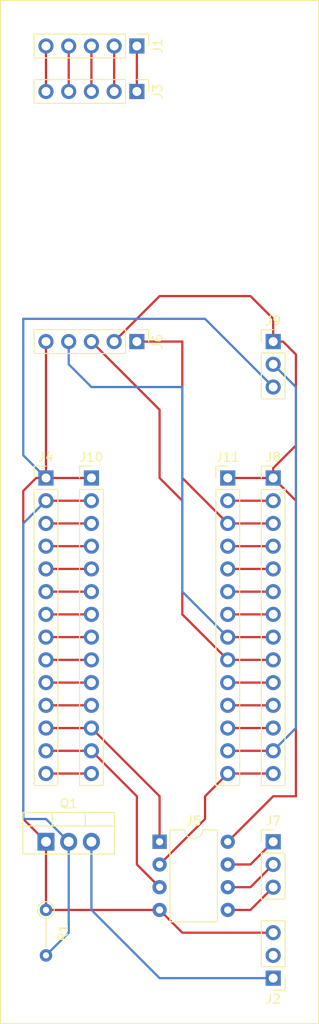
<source format=kicad_pcb>
(kicad_pcb (version 20171130) (host pcbnew "(5.1.4)-1")

  (general
    (thickness 1.6)
    (drawings 4)
    (tracks 102)
    (zones 0)
    (modules 13)
    (nets 38)
  )

  (page A4)
  (layers
    (0 F.Cu signal)
    (31 B.Cu signal)
    (32 B.Adhes user)
    (33 F.Adhes user)
    (34 B.Paste user)
    (35 F.Paste user)
    (36 B.SilkS user)
    (37 F.SilkS user)
    (38 B.Mask user)
    (39 F.Mask user)
    (40 Dwgs.User user)
    (41 Cmts.User user)
    (42 Eco1.User user)
    (43 Eco2.User user)
    (44 Edge.Cuts user)
    (45 Margin user)
    (46 B.CrtYd user)
    (47 F.CrtYd user)
    (48 B.Fab user)
    (49 F.Fab user)
  )

  (setup
    (last_trace_width 0.25)
    (trace_clearance 0.2)
    (zone_clearance 0.508)
    (zone_45_only no)
    (trace_min 0.2)
    (via_size 0.8)
    (via_drill 0.4)
    (via_min_size 0.4)
    (via_min_drill 0.3)
    (uvia_size 0.3)
    (uvia_drill 0.1)
    (uvias_allowed no)
    (uvia_min_size 0.2)
    (uvia_min_drill 0.1)
    (edge_width 0.05)
    (segment_width 0.2)
    (pcb_text_width 0.3)
    (pcb_text_size 1.5 1.5)
    (mod_edge_width 0.12)
    (mod_text_size 1 1)
    (mod_text_width 0.15)
    (pad_size 1.524 1.524)
    (pad_drill 0.762)
    (pad_to_mask_clearance 0.051)
    (solder_mask_min_width 0.25)
    (aux_axis_origin 0 0)
    (visible_elements 7FFFFFFF)
    (pcbplotparams
      (layerselection 0x010fc_ffffffff)
      (usegerberextensions false)
      (usegerberattributes false)
      (usegerberadvancedattributes false)
      (creategerberjobfile false)
      (excludeedgelayer true)
      (linewidth 0.100000)
      (plotframeref false)
      (viasonmask false)
      (mode 1)
      (useauxorigin false)
      (hpglpennumber 1)
      (hpglpenspeed 20)
      (hpglpendiameter 15.000000)
      (psnegative false)
      (psa4output false)
      (plotreference true)
      (plotvalue true)
      (plotinvisibletext false)
      (padsonsilk false)
      (subtractmaskfromsilk false)
      (outputformat 1)
      (mirror false)
      (drillshape 1)
      (scaleselection 1)
      (outputdirectory ""))
  )

  (net 0 "")
  (net 1 "Net-(J1-Pad1)")
  (net 2 "Net-(J1-Pad2)")
  (net 3 "Net-(J1-Pad3)")
  (net 4 "Net-(J1-Pad4)")
  (net 5 "Net-(J1-Pad5)")
  (net 6 "Net-(J10-Pad1)")
  (net 7 "Net-(J2-Pad1)")
  (net 8 "Net-(J10-Pad2)")
  (net 9 "Net-(J10-Pad3)")
  (net 10 "Net-(J10-Pad4)")
  (net 11 "Net-(J10-Pad5)")
  (net 12 "Net-(J10-Pad6)")
  (net 13 "Net-(J10-Pad7)")
  (net 14 "Net-(J10-Pad8)")
  (net 15 "Net-(J10-Pad9)")
  (net 16 "Net-(J10-Pad10)")
  (net 17 "Net-(J10-Pad11)")
  (net 18 "Net-(J10-Pad12)")
  (net 19 "Net-(J10-Pad13)")
  (net 20 "Net-(J10-Pad14)")
  (net 21 "Net-(J5-Pad5)")
  (net 22 "Net-(J5-Pad6)")
  (net 23 "Net-(J5-Pad7)")
  (net 24 "Net-(J11-Pad1)")
  (net 25 "Net-(J11-Pad8)")
  (net 26 "Net-(J11-Pad9)")
  (net 27 "Net-(J11-Pad3)")
  (net 28 "Net-(J11-Pad13)")
  (net 29 "Net-(J11-Pad12)")
  (net 30 "Net-(J11-Pad11)")
  (net 31 "Net-(J11-Pad10)")
  (net 32 "Net-(J11-Pad7)")
  (net 33 "Net-(J11-Pad6)")
  (net 34 "Net-(J11-Pad5)")
  (net 35 "Net-(J11-Pad4)")
  (net 36 "Net-(J11-Pad2)")
  (net 37 "Net-(J11-Pad14)")

  (net_class Default "This is the default net class."
    (clearance 0.2)
    (trace_width 0.25)
    (via_dia 0.8)
    (via_drill 0.4)
    (uvia_dia 0.3)
    (uvia_drill 0.1)
    (add_net "Net-(J1-Pad1)")
    (add_net "Net-(J1-Pad2)")
    (add_net "Net-(J1-Pad3)")
    (add_net "Net-(J1-Pad4)")
    (add_net "Net-(J1-Pad5)")
    (add_net "Net-(J10-Pad1)")
    (add_net "Net-(J10-Pad10)")
    (add_net "Net-(J10-Pad11)")
    (add_net "Net-(J10-Pad12)")
    (add_net "Net-(J10-Pad13)")
    (add_net "Net-(J10-Pad14)")
    (add_net "Net-(J10-Pad2)")
    (add_net "Net-(J10-Pad3)")
    (add_net "Net-(J10-Pad4)")
    (add_net "Net-(J10-Pad5)")
    (add_net "Net-(J10-Pad6)")
    (add_net "Net-(J10-Pad7)")
    (add_net "Net-(J10-Pad8)")
    (add_net "Net-(J10-Pad9)")
    (add_net "Net-(J11-Pad1)")
    (add_net "Net-(J11-Pad10)")
    (add_net "Net-(J11-Pad11)")
    (add_net "Net-(J11-Pad12)")
    (add_net "Net-(J11-Pad13)")
    (add_net "Net-(J11-Pad14)")
    (add_net "Net-(J11-Pad2)")
    (add_net "Net-(J11-Pad3)")
    (add_net "Net-(J11-Pad4)")
    (add_net "Net-(J11-Pad5)")
    (add_net "Net-(J11-Pad6)")
    (add_net "Net-(J11-Pad7)")
    (add_net "Net-(J11-Pad8)")
    (add_net "Net-(J11-Pad9)")
    (add_net "Net-(J2-Pad1)")
    (add_net "Net-(J5-Pad5)")
    (add_net "Net-(J5-Pad6)")
    (add_net "Net-(J5-Pad7)")
  )

  (module Connector_PinHeader_2.54mm:PinHeader_1x05_P2.54mm_Vertical (layer F.Cu) (tedit 59FED5CC) (tstamp 5DA964FF)
    (at 144.78 27.94 270)
    (descr "Through hole straight pin header, 1x05, 2.54mm pitch, single row")
    (tags "Through hole pin header THT 1x05 2.54mm single row")
    (path /5DAB0807)
    (fp_text reference J1 (at 0 -2.33 90) (layer F.SilkS)
      (effects (font (size 1 1) (thickness 0.15)))
    )
    (fp_text value "Load Cell" (at 0 12.49 90) (layer F.Fab)
      (effects (font (size 1 1) (thickness 0.15)))
    )
    (fp_line (start -0.635 -1.27) (end 1.27 -1.27) (layer F.Fab) (width 0.1))
    (fp_line (start 1.27 -1.27) (end 1.27 11.43) (layer F.Fab) (width 0.1))
    (fp_line (start 1.27 11.43) (end -1.27 11.43) (layer F.Fab) (width 0.1))
    (fp_line (start -1.27 11.43) (end -1.27 -0.635) (layer F.Fab) (width 0.1))
    (fp_line (start -1.27 -0.635) (end -0.635 -1.27) (layer F.Fab) (width 0.1))
    (fp_line (start -1.33 11.49) (end 1.33 11.49) (layer F.SilkS) (width 0.12))
    (fp_line (start -1.33 1.27) (end -1.33 11.49) (layer F.SilkS) (width 0.12))
    (fp_line (start 1.33 1.27) (end 1.33 11.49) (layer F.SilkS) (width 0.12))
    (fp_line (start -1.33 1.27) (end 1.33 1.27) (layer F.SilkS) (width 0.12))
    (fp_line (start -1.33 0) (end -1.33 -1.33) (layer F.SilkS) (width 0.12))
    (fp_line (start -1.33 -1.33) (end 0 -1.33) (layer F.SilkS) (width 0.12))
    (fp_line (start -1.8 -1.8) (end -1.8 11.95) (layer F.CrtYd) (width 0.05))
    (fp_line (start -1.8 11.95) (end 1.8 11.95) (layer F.CrtYd) (width 0.05))
    (fp_line (start 1.8 11.95) (end 1.8 -1.8) (layer F.CrtYd) (width 0.05))
    (fp_line (start 1.8 -1.8) (end -1.8 -1.8) (layer F.CrtYd) (width 0.05))
    (fp_text user %R (at 0 5.08) (layer F.Fab)
      (effects (font (size 1 1) (thickness 0.15)))
    )
    (pad 1 thru_hole rect (at 0 0 270) (size 1.7 1.7) (drill 1) (layers *.Cu *.Mask)
      (net 1 "Net-(J1-Pad1)"))
    (pad 2 thru_hole oval (at 0 2.54 270) (size 1.7 1.7) (drill 1) (layers *.Cu *.Mask)
      (net 2 "Net-(J1-Pad2)"))
    (pad 3 thru_hole oval (at 0 5.08 270) (size 1.7 1.7) (drill 1) (layers *.Cu *.Mask)
      (net 3 "Net-(J1-Pad3)"))
    (pad 4 thru_hole oval (at 0 7.62 270) (size 1.7 1.7) (drill 1) (layers *.Cu *.Mask)
      (net 4 "Net-(J1-Pad4)"))
    (pad 5 thru_hole oval (at 0 10.16 270) (size 1.7 1.7) (drill 1) (layers *.Cu *.Mask)
      (net 5 "Net-(J1-Pad5)"))
    (model ${KISYS3DMOD}/Connector_PinHeader_2.54mm.3dshapes/PinHeader_1x05_P2.54mm_Vertical.wrl
      (at (xyz 0 0 0))
      (scale (xyz 1 1 1))
      (rotate (xyz 0 0 0))
    )
  )

  (module Connector_PinHeader_2.54mm:PinHeader_1x03_P2.54mm_Vertical (layer F.Cu) (tedit 59FED5CC) (tstamp 5DA96516)
    (at 160.02 132.08 180)
    (descr "Through hole straight pin header, 1x03, 2.54mm pitch, single row")
    (tags "Through hole pin header THT 1x03 2.54mm single row")
    (path /5DADA13B)
    (fp_text reference J2 (at 0 -2.33) (layer F.SilkS)
      (effects (font (size 1 1) (thickness 0.15)))
    )
    (fp_text value "ESC Switch" (at 0 7.41) (layer F.Fab)
      (effects (font (size 1 1) (thickness 0.15)))
    )
    (fp_text user %R (at 0 2.54 90) (layer F.Fab)
      (effects (font (size 1 1) (thickness 0.15)))
    )
    (fp_line (start 1.8 -1.8) (end -1.8 -1.8) (layer F.CrtYd) (width 0.05))
    (fp_line (start 1.8 6.85) (end 1.8 -1.8) (layer F.CrtYd) (width 0.05))
    (fp_line (start -1.8 6.85) (end 1.8 6.85) (layer F.CrtYd) (width 0.05))
    (fp_line (start -1.8 -1.8) (end -1.8 6.85) (layer F.CrtYd) (width 0.05))
    (fp_line (start -1.33 -1.33) (end 0 -1.33) (layer F.SilkS) (width 0.12))
    (fp_line (start -1.33 0) (end -1.33 -1.33) (layer F.SilkS) (width 0.12))
    (fp_line (start -1.33 1.27) (end 1.33 1.27) (layer F.SilkS) (width 0.12))
    (fp_line (start 1.33 1.27) (end 1.33 6.41) (layer F.SilkS) (width 0.12))
    (fp_line (start -1.33 1.27) (end -1.33 6.41) (layer F.SilkS) (width 0.12))
    (fp_line (start -1.33 6.41) (end 1.33 6.41) (layer F.SilkS) (width 0.12))
    (fp_line (start -1.27 -0.635) (end -0.635 -1.27) (layer F.Fab) (width 0.1))
    (fp_line (start -1.27 6.35) (end -1.27 -0.635) (layer F.Fab) (width 0.1))
    (fp_line (start 1.27 6.35) (end -1.27 6.35) (layer F.Fab) (width 0.1))
    (fp_line (start 1.27 -1.27) (end 1.27 6.35) (layer F.Fab) (width 0.1))
    (fp_line (start -0.635 -1.27) (end 1.27 -1.27) (layer F.Fab) (width 0.1))
    (pad 3 thru_hole oval (at 0 5.08 180) (size 1.7 1.7) (drill 1) (layers *.Cu *.Mask)
      (net 6 "Net-(J10-Pad1)"))
    (pad 2 thru_hole oval (at 0 2.54 180) (size 1.7 1.7) (drill 1) (layers *.Cu *.Mask))
    (pad 1 thru_hole rect (at 0 0 180) (size 1.7 1.7) (drill 1) (layers *.Cu *.Mask)
      (net 7 "Net-(J2-Pad1)"))
    (model ${KISYS3DMOD}/Connector_PinHeader_2.54mm.3dshapes/PinHeader_1x03_P2.54mm_Vertical.wrl
      (at (xyz 0 0 0))
      (scale (xyz 1 1 1))
      (rotate (xyz 0 0 0))
    )
  )

  (module Connector_PinHeader_2.54mm:PinHeader_1x05_P2.54mm_Vertical (layer F.Cu) (tedit 59FED5CC) (tstamp 5DA9652F)
    (at 144.78 33.02 270)
    (descr "Through hole straight pin header, 1x05, 2.54mm pitch, single row")
    (tags "Through hole pin header THT 1x05 2.54mm single row")
    (path /5DB24F8E)
    (fp_text reference J3 (at 0 -2.33 90) (layer F.SilkS)
      (effects (font (size 1 1) (thickness 0.15)))
    )
    (fp_text value "HX711 L" (at 0 12.49 90) (layer F.Fab)
      (effects (font (size 1 1) (thickness 0.15)))
    )
    (fp_line (start -0.635 -1.27) (end 1.27 -1.27) (layer F.Fab) (width 0.1))
    (fp_line (start 1.27 -1.27) (end 1.27 11.43) (layer F.Fab) (width 0.1))
    (fp_line (start 1.27 11.43) (end -1.27 11.43) (layer F.Fab) (width 0.1))
    (fp_line (start -1.27 11.43) (end -1.27 -0.635) (layer F.Fab) (width 0.1))
    (fp_line (start -1.27 -0.635) (end -0.635 -1.27) (layer F.Fab) (width 0.1))
    (fp_line (start -1.33 11.49) (end 1.33 11.49) (layer F.SilkS) (width 0.12))
    (fp_line (start -1.33 1.27) (end -1.33 11.49) (layer F.SilkS) (width 0.12))
    (fp_line (start 1.33 1.27) (end 1.33 11.49) (layer F.SilkS) (width 0.12))
    (fp_line (start -1.33 1.27) (end 1.33 1.27) (layer F.SilkS) (width 0.12))
    (fp_line (start -1.33 0) (end -1.33 -1.33) (layer F.SilkS) (width 0.12))
    (fp_line (start -1.33 -1.33) (end 0 -1.33) (layer F.SilkS) (width 0.12))
    (fp_line (start -1.8 -1.8) (end -1.8 11.95) (layer F.CrtYd) (width 0.05))
    (fp_line (start -1.8 11.95) (end 1.8 11.95) (layer F.CrtYd) (width 0.05))
    (fp_line (start 1.8 11.95) (end 1.8 -1.8) (layer F.CrtYd) (width 0.05))
    (fp_line (start 1.8 -1.8) (end -1.8 -1.8) (layer F.CrtYd) (width 0.05))
    (fp_text user %R (at 0 5.08) (layer F.Fab)
      (effects (font (size 1 1) (thickness 0.15)))
    )
    (pad 1 thru_hole rect (at 0 0 270) (size 1.7 1.7) (drill 1) (layers *.Cu *.Mask)
      (net 1 "Net-(J1-Pad1)"))
    (pad 2 thru_hole oval (at 0 2.54 270) (size 1.7 1.7) (drill 1) (layers *.Cu *.Mask)
      (net 2 "Net-(J1-Pad2)"))
    (pad 3 thru_hole oval (at 0 5.08 270) (size 1.7 1.7) (drill 1) (layers *.Cu *.Mask)
      (net 3 "Net-(J1-Pad3)"))
    (pad 4 thru_hole oval (at 0 7.62 270) (size 1.7 1.7) (drill 1) (layers *.Cu *.Mask)
      (net 4 "Net-(J1-Pad4)"))
    (pad 5 thru_hole oval (at 0 10.16 270) (size 1.7 1.7) (drill 1) (layers *.Cu *.Mask)
      (net 5 "Net-(J1-Pad5)"))
    (model ${KISYS3DMOD}/Connector_PinHeader_2.54mm.3dshapes/PinHeader_1x05_P2.54mm_Vertical.wrl
      (at (xyz 0 0 0))
      (scale (xyz 1 1 1))
      (rotate (xyz 0 0 0))
    )
  )

  (module Connector_PinHeader_2.54mm:PinHeader_1x14_P2.54mm_Vertical (layer F.Cu) (tedit 59FED5CC) (tstamp 5DA96551)
    (at 134.62 76.2)
    (descr "Through hole straight pin header, 1x14, 2.54mm pitch, single row")
    (tags "Through hole pin header THT 1x14 2.54mm single row")
    (path /5DA99378)
    (fp_text reference J4 (at 0 -2.33) (layer F.SilkS)
      (effects (font (size 1 1) (thickness 0.15)))
    )
    (fp_text value 1x14 (at 0 35.35) (layer F.Fab)
      (effects (font (size 1 1) (thickness 0.15)))
    )
    (fp_line (start -0.635 -1.27) (end 1.27 -1.27) (layer F.Fab) (width 0.1))
    (fp_line (start 1.27 -1.27) (end 1.27 34.29) (layer F.Fab) (width 0.1))
    (fp_line (start 1.27 34.29) (end -1.27 34.29) (layer F.Fab) (width 0.1))
    (fp_line (start -1.27 34.29) (end -1.27 -0.635) (layer F.Fab) (width 0.1))
    (fp_line (start -1.27 -0.635) (end -0.635 -1.27) (layer F.Fab) (width 0.1))
    (fp_line (start -1.33 34.35) (end 1.33 34.35) (layer F.SilkS) (width 0.12))
    (fp_line (start -1.33 1.27) (end -1.33 34.35) (layer F.SilkS) (width 0.12))
    (fp_line (start 1.33 1.27) (end 1.33 34.35) (layer F.SilkS) (width 0.12))
    (fp_line (start -1.33 1.27) (end 1.33 1.27) (layer F.SilkS) (width 0.12))
    (fp_line (start -1.33 0) (end -1.33 -1.33) (layer F.SilkS) (width 0.12))
    (fp_line (start -1.33 -1.33) (end 0 -1.33) (layer F.SilkS) (width 0.12))
    (fp_line (start -1.8 -1.8) (end -1.8 34.8) (layer F.CrtYd) (width 0.05))
    (fp_line (start -1.8 34.8) (end 1.8 34.8) (layer F.CrtYd) (width 0.05))
    (fp_line (start 1.8 34.8) (end 1.8 -1.8) (layer F.CrtYd) (width 0.05))
    (fp_line (start 1.8 -1.8) (end -1.8 -1.8) (layer F.CrtYd) (width 0.05))
    (fp_text user %R (at 0 16.51 90) (layer F.Fab)
      (effects (font (size 1 1) (thickness 0.15)))
    )
    (pad 1 thru_hole rect (at 0 0) (size 1.7 1.7) (drill 1) (layers *.Cu *.Mask)
      (net 6 "Net-(J10-Pad1)"))
    (pad 2 thru_hole oval (at 0 2.54) (size 1.7 1.7) (drill 1) (layers *.Cu *.Mask)
      (net 8 "Net-(J10-Pad2)"))
    (pad 3 thru_hole oval (at 0 5.08) (size 1.7 1.7) (drill 1) (layers *.Cu *.Mask)
      (net 9 "Net-(J10-Pad3)"))
    (pad 4 thru_hole oval (at 0 7.62) (size 1.7 1.7) (drill 1) (layers *.Cu *.Mask)
      (net 10 "Net-(J10-Pad4)"))
    (pad 5 thru_hole oval (at 0 10.16) (size 1.7 1.7) (drill 1) (layers *.Cu *.Mask)
      (net 11 "Net-(J10-Pad5)"))
    (pad 6 thru_hole oval (at 0 12.7) (size 1.7 1.7) (drill 1) (layers *.Cu *.Mask)
      (net 12 "Net-(J10-Pad6)"))
    (pad 7 thru_hole oval (at 0 15.24) (size 1.7 1.7) (drill 1) (layers *.Cu *.Mask)
      (net 13 "Net-(J10-Pad7)"))
    (pad 8 thru_hole oval (at 0 17.78) (size 1.7 1.7) (drill 1) (layers *.Cu *.Mask)
      (net 14 "Net-(J10-Pad8)"))
    (pad 9 thru_hole oval (at 0 20.32) (size 1.7 1.7) (drill 1) (layers *.Cu *.Mask)
      (net 15 "Net-(J10-Pad9)"))
    (pad 10 thru_hole oval (at 0 22.86) (size 1.7 1.7) (drill 1) (layers *.Cu *.Mask)
      (net 16 "Net-(J10-Pad10)"))
    (pad 11 thru_hole oval (at 0 25.4) (size 1.7 1.7) (drill 1) (layers *.Cu *.Mask)
      (net 17 "Net-(J10-Pad11)"))
    (pad 12 thru_hole oval (at 0 27.94) (size 1.7 1.7) (drill 1) (layers *.Cu *.Mask)
      (net 18 "Net-(J10-Pad12)"))
    (pad 13 thru_hole oval (at 0 30.48) (size 1.7 1.7) (drill 1) (layers *.Cu *.Mask)
      (net 19 "Net-(J10-Pad13)"))
    (pad 14 thru_hole oval (at 0 33.02) (size 1.7 1.7) (drill 1) (layers *.Cu *.Mask)
      (net 20 "Net-(J10-Pad14)"))
    (model ${KISYS3DMOD}/Connector_PinHeader_2.54mm.3dshapes/PinHeader_1x14_P2.54mm_Vertical.wrl
      (at (xyz 0 0 0))
      (scale (xyz 1 1 1))
      (rotate (xyz 0 0 0))
    )
  )

  (module Connector_PinHeader_2.54mm:PinHeader_1x05_P2.54mm_Vertical (layer F.Cu) (tedit 59FED5CC) (tstamp 5DA96586)
    (at 144.78 60.96 270)
    (descr "Through hole straight pin header, 1x05, 2.54mm pitch, single row")
    (tags "Through hole pin header THT 1x05 2.54mm single row")
    (path /5DB246C4)
    (fp_text reference J6 (at 0 -2.33 90) (layer F.SilkS)
      (effects (font (size 1 1) (thickness 0.15)))
    )
    (fp_text value "HX711 R" (at 0 12.49 90) (layer F.Fab)
      (effects (font (size 1 1) (thickness 0.15)))
    )
    (fp_text user %R (at 0 5.08) (layer F.Fab)
      (effects (font (size 1 1) (thickness 0.15)))
    )
    (fp_line (start 1.8 -1.8) (end -1.8 -1.8) (layer F.CrtYd) (width 0.05))
    (fp_line (start 1.8 11.95) (end 1.8 -1.8) (layer F.CrtYd) (width 0.05))
    (fp_line (start -1.8 11.95) (end 1.8 11.95) (layer F.CrtYd) (width 0.05))
    (fp_line (start -1.8 -1.8) (end -1.8 11.95) (layer F.CrtYd) (width 0.05))
    (fp_line (start -1.33 -1.33) (end 0 -1.33) (layer F.SilkS) (width 0.12))
    (fp_line (start -1.33 0) (end -1.33 -1.33) (layer F.SilkS) (width 0.12))
    (fp_line (start -1.33 1.27) (end 1.33 1.27) (layer F.SilkS) (width 0.12))
    (fp_line (start 1.33 1.27) (end 1.33 11.49) (layer F.SilkS) (width 0.12))
    (fp_line (start -1.33 1.27) (end -1.33 11.49) (layer F.SilkS) (width 0.12))
    (fp_line (start -1.33 11.49) (end 1.33 11.49) (layer F.SilkS) (width 0.12))
    (fp_line (start -1.27 -0.635) (end -0.635 -1.27) (layer F.Fab) (width 0.1))
    (fp_line (start -1.27 11.43) (end -1.27 -0.635) (layer F.Fab) (width 0.1))
    (fp_line (start 1.27 11.43) (end -1.27 11.43) (layer F.Fab) (width 0.1))
    (fp_line (start 1.27 -1.27) (end 1.27 11.43) (layer F.Fab) (width 0.1))
    (fp_line (start -0.635 -1.27) (end 1.27 -1.27) (layer F.Fab) (width 0.1))
    (pad 5 thru_hole oval (at 0 10.16 270) (size 1.7 1.7) (drill 1) (layers *.Cu *.Mask)
      (net 6 "Net-(J10-Pad1)"))
    (pad 4 thru_hole oval (at 0 7.62 270) (size 1.7 1.7) (drill 1) (layers *.Cu *.Mask)
      (net 25 "Net-(J11-Pad8)"))
    (pad 3 thru_hole oval (at 0 5.08 270) (size 1.7 1.7) (drill 1) (layers *.Cu *.Mask)
      (net 26 "Net-(J11-Pad9)"))
    (pad 2 thru_hole oval (at 0 2.54 270) (size 1.7 1.7) (drill 1) (layers *.Cu *.Mask)
      (net 24 "Net-(J11-Pad1)"))
    (pad 1 thru_hole rect (at 0 0 270) (size 1.7 1.7) (drill 1) (layers *.Cu *.Mask)
      (net 27 "Net-(J11-Pad3)"))
    (model ${KISYS3DMOD}/Connector_PinHeader_2.54mm.3dshapes/PinHeader_1x05_P2.54mm_Vertical.wrl
      (at (xyz 0 0 0))
      (scale (xyz 1 1 1))
      (rotate (xyz 0 0 0))
    )
  )

  (module Connector_PinHeader_2.54mm:PinHeader_1x03_P2.54mm_Vertical (layer F.Cu) (tedit 59FED5CC) (tstamp 5DA9659D)
    (at 160.02 116.84)
    (descr "Through hole straight pin header, 1x03, 2.54mm pitch, single row")
    (tags "Through hole pin header THT 1x03 2.54mm single row")
    (path /5DAA6E32)
    (fp_text reference J7 (at 0 -2.33) (layer F.SilkS)
      (effects (font (size 1 1) (thickness 0.15)))
    )
    (fp_text value ESC (at 0 7.41) (layer F.Fab)
      (effects (font (size 1 1) (thickness 0.15)))
    )
    (fp_line (start -0.635 -1.27) (end 1.27 -1.27) (layer F.Fab) (width 0.1))
    (fp_line (start 1.27 -1.27) (end 1.27 6.35) (layer F.Fab) (width 0.1))
    (fp_line (start 1.27 6.35) (end -1.27 6.35) (layer F.Fab) (width 0.1))
    (fp_line (start -1.27 6.35) (end -1.27 -0.635) (layer F.Fab) (width 0.1))
    (fp_line (start -1.27 -0.635) (end -0.635 -1.27) (layer F.Fab) (width 0.1))
    (fp_line (start -1.33 6.41) (end 1.33 6.41) (layer F.SilkS) (width 0.12))
    (fp_line (start -1.33 1.27) (end -1.33 6.41) (layer F.SilkS) (width 0.12))
    (fp_line (start 1.33 1.27) (end 1.33 6.41) (layer F.SilkS) (width 0.12))
    (fp_line (start -1.33 1.27) (end 1.33 1.27) (layer F.SilkS) (width 0.12))
    (fp_line (start -1.33 0) (end -1.33 -1.33) (layer F.SilkS) (width 0.12))
    (fp_line (start -1.33 -1.33) (end 0 -1.33) (layer F.SilkS) (width 0.12))
    (fp_line (start -1.8 -1.8) (end -1.8 6.85) (layer F.CrtYd) (width 0.05))
    (fp_line (start -1.8 6.85) (end 1.8 6.85) (layer F.CrtYd) (width 0.05))
    (fp_line (start 1.8 6.85) (end 1.8 -1.8) (layer F.CrtYd) (width 0.05))
    (fp_line (start 1.8 -1.8) (end -1.8 -1.8) (layer F.CrtYd) (width 0.05))
    (fp_text user %R (at 0 2.54 90) (layer F.Fab)
      (effects (font (size 1 1) (thickness 0.15)))
    )
    (pad 1 thru_hole rect (at 0 0) (size 1.7 1.7) (drill 1) (layers *.Cu *.Mask)
      (net 23 "Net-(J5-Pad7)"))
    (pad 2 thru_hole oval (at 0 2.54) (size 1.7 1.7) (drill 1) (layers *.Cu *.Mask)
      (net 22 "Net-(J5-Pad6)"))
    (pad 3 thru_hole oval (at 0 5.08) (size 1.7 1.7) (drill 1) (layers *.Cu *.Mask)
      (net 21 "Net-(J5-Pad5)"))
    (model ${KISYS3DMOD}/Connector_PinHeader_2.54mm.3dshapes/PinHeader_1x03_P2.54mm_Vertical.wrl
      (at (xyz 0 0 0))
      (scale (xyz 1 1 1))
      (rotate (xyz 0 0 0))
    )
  )

  (module Connector_PinHeader_2.54mm:PinHeader_1x14_P2.54mm_Vertical (layer F.Cu) (tedit 59FED5CC) (tstamp 5DA965BF)
    (at 160.02 76.2)
    (descr "Through hole straight pin header, 1x14, 2.54mm pitch, single row")
    (tags "Through hole pin header THT 1x14 2.54mm single row")
    (path /5DA9A180)
    (fp_text reference J8 (at 0 -2.33) (layer F.SilkS)
      (effects (font (size 1 1) (thickness 0.15)))
    )
    (fp_text value 1x14 (at 0 35.35) (layer F.Fab)
      (effects (font (size 1 1) (thickness 0.15)))
    )
    (fp_text user %R (at 0 16.51 90) (layer F.Fab)
      (effects (font (size 1 1) (thickness 0.15)))
    )
    (fp_line (start 1.8 -1.8) (end -1.8 -1.8) (layer F.CrtYd) (width 0.05))
    (fp_line (start 1.8 34.8) (end 1.8 -1.8) (layer F.CrtYd) (width 0.05))
    (fp_line (start -1.8 34.8) (end 1.8 34.8) (layer F.CrtYd) (width 0.05))
    (fp_line (start -1.8 -1.8) (end -1.8 34.8) (layer F.CrtYd) (width 0.05))
    (fp_line (start -1.33 -1.33) (end 0 -1.33) (layer F.SilkS) (width 0.12))
    (fp_line (start -1.33 0) (end -1.33 -1.33) (layer F.SilkS) (width 0.12))
    (fp_line (start -1.33 1.27) (end 1.33 1.27) (layer F.SilkS) (width 0.12))
    (fp_line (start 1.33 1.27) (end 1.33 34.35) (layer F.SilkS) (width 0.12))
    (fp_line (start -1.33 1.27) (end -1.33 34.35) (layer F.SilkS) (width 0.12))
    (fp_line (start -1.33 34.35) (end 1.33 34.35) (layer F.SilkS) (width 0.12))
    (fp_line (start -1.27 -0.635) (end -0.635 -1.27) (layer F.Fab) (width 0.1))
    (fp_line (start -1.27 34.29) (end -1.27 -0.635) (layer F.Fab) (width 0.1))
    (fp_line (start 1.27 34.29) (end -1.27 34.29) (layer F.Fab) (width 0.1))
    (fp_line (start 1.27 -1.27) (end 1.27 34.29) (layer F.Fab) (width 0.1))
    (fp_line (start -0.635 -1.27) (end 1.27 -1.27) (layer F.Fab) (width 0.1))
    (pad 14 thru_hole oval (at 0 33.02) (size 1.7 1.7) (drill 1) (layers *.Cu *.Mask)
      (net 37 "Net-(J11-Pad14)"))
    (pad 13 thru_hole oval (at 0 30.48) (size 1.7 1.7) (drill 1) (layers *.Cu *.Mask)
      (net 28 "Net-(J11-Pad13)"))
    (pad 12 thru_hole oval (at 0 27.94) (size 1.7 1.7) (drill 1) (layers *.Cu *.Mask)
      (net 29 "Net-(J11-Pad12)"))
    (pad 11 thru_hole oval (at 0 25.4) (size 1.7 1.7) (drill 1) (layers *.Cu *.Mask)
      (net 30 "Net-(J11-Pad11)"))
    (pad 10 thru_hole oval (at 0 22.86) (size 1.7 1.7) (drill 1) (layers *.Cu *.Mask)
      (net 31 "Net-(J11-Pad10)"))
    (pad 9 thru_hole oval (at 0 20.32) (size 1.7 1.7) (drill 1) (layers *.Cu *.Mask)
      (net 26 "Net-(J11-Pad9)"))
    (pad 8 thru_hole oval (at 0 17.78) (size 1.7 1.7) (drill 1) (layers *.Cu *.Mask)
      (net 25 "Net-(J11-Pad8)"))
    (pad 7 thru_hole oval (at 0 15.24) (size 1.7 1.7) (drill 1) (layers *.Cu *.Mask)
      (net 32 "Net-(J11-Pad7)"))
    (pad 6 thru_hole oval (at 0 12.7) (size 1.7 1.7) (drill 1) (layers *.Cu *.Mask)
      (net 33 "Net-(J11-Pad6)"))
    (pad 5 thru_hole oval (at 0 10.16) (size 1.7 1.7) (drill 1) (layers *.Cu *.Mask)
      (net 34 "Net-(J11-Pad5)"))
    (pad 4 thru_hole oval (at 0 7.62) (size 1.7 1.7) (drill 1) (layers *.Cu *.Mask)
      (net 35 "Net-(J11-Pad4)"))
    (pad 3 thru_hole oval (at 0 5.08) (size 1.7 1.7) (drill 1) (layers *.Cu *.Mask)
      (net 27 "Net-(J11-Pad3)"))
    (pad 2 thru_hole oval (at 0 2.54) (size 1.7 1.7) (drill 1) (layers *.Cu *.Mask)
      (net 36 "Net-(J11-Pad2)"))
    (pad 1 thru_hole rect (at 0 0) (size 1.7 1.7) (drill 1) (layers *.Cu *.Mask)
      (net 24 "Net-(J11-Pad1)"))
    (model ${KISYS3DMOD}/Connector_PinHeader_2.54mm.3dshapes/PinHeader_1x14_P2.54mm_Vertical.wrl
      (at (xyz 0 0 0))
      (scale (xyz 1 1 1))
      (rotate (xyz 0 0 0))
    )
  )

  (module Connector_PinHeader_2.54mm:PinHeader_1x14_P2.54mm_Vertical (layer F.Cu) (tedit 59FED5CC) (tstamp 5DA96603)
    (at 139.7 76.2)
    (descr "Through hole straight pin header, 1x14, 2.54mm pitch, single row")
    (tags "Through hole pin header THT 1x14 2.54mm single row")
    (path /5DB19D63)
    (fp_text reference J10 (at 0 -2.33) (layer F.SilkS)
      (effects (font (size 1 1) (thickness 0.15)))
    )
    (fp_text value "Teensy 3.2 L" (at 0 35.35) (layer F.Fab)
      (effects (font (size 1 1) (thickness 0.15)))
    )
    (fp_line (start -0.635 -1.27) (end 1.27 -1.27) (layer F.Fab) (width 0.1))
    (fp_line (start 1.27 -1.27) (end 1.27 34.29) (layer F.Fab) (width 0.1))
    (fp_line (start 1.27 34.29) (end -1.27 34.29) (layer F.Fab) (width 0.1))
    (fp_line (start -1.27 34.29) (end -1.27 -0.635) (layer F.Fab) (width 0.1))
    (fp_line (start -1.27 -0.635) (end -0.635 -1.27) (layer F.Fab) (width 0.1))
    (fp_line (start -1.33 34.35) (end 1.33 34.35) (layer F.SilkS) (width 0.12))
    (fp_line (start -1.33 1.27) (end -1.33 34.35) (layer F.SilkS) (width 0.12))
    (fp_line (start 1.33 1.27) (end 1.33 34.35) (layer F.SilkS) (width 0.12))
    (fp_line (start -1.33 1.27) (end 1.33 1.27) (layer F.SilkS) (width 0.12))
    (fp_line (start -1.33 0) (end -1.33 -1.33) (layer F.SilkS) (width 0.12))
    (fp_line (start -1.33 -1.33) (end 0 -1.33) (layer F.SilkS) (width 0.12))
    (fp_line (start -1.8 -1.8) (end -1.8 34.8) (layer F.CrtYd) (width 0.05))
    (fp_line (start -1.8 34.8) (end 1.8 34.8) (layer F.CrtYd) (width 0.05))
    (fp_line (start 1.8 34.8) (end 1.8 -1.8) (layer F.CrtYd) (width 0.05))
    (fp_line (start 1.8 -1.8) (end -1.8 -1.8) (layer F.CrtYd) (width 0.05))
    (fp_text user %R (at 0 16.51 90) (layer F.Fab)
      (effects (font (size 1 1) (thickness 0.15)))
    )
    (pad 1 thru_hole rect (at 0 0) (size 1.7 1.7) (drill 1) (layers *.Cu *.Mask)
      (net 6 "Net-(J10-Pad1)"))
    (pad 2 thru_hole oval (at 0 2.54) (size 1.7 1.7) (drill 1) (layers *.Cu *.Mask)
      (net 8 "Net-(J10-Pad2)"))
    (pad 3 thru_hole oval (at 0 5.08) (size 1.7 1.7) (drill 1) (layers *.Cu *.Mask)
      (net 9 "Net-(J10-Pad3)"))
    (pad 4 thru_hole oval (at 0 7.62) (size 1.7 1.7) (drill 1) (layers *.Cu *.Mask)
      (net 10 "Net-(J10-Pad4)"))
    (pad 5 thru_hole oval (at 0 10.16) (size 1.7 1.7) (drill 1) (layers *.Cu *.Mask)
      (net 11 "Net-(J10-Pad5)"))
    (pad 6 thru_hole oval (at 0 12.7) (size 1.7 1.7) (drill 1) (layers *.Cu *.Mask)
      (net 12 "Net-(J10-Pad6)"))
    (pad 7 thru_hole oval (at 0 15.24) (size 1.7 1.7) (drill 1) (layers *.Cu *.Mask)
      (net 13 "Net-(J10-Pad7)"))
    (pad 8 thru_hole oval (at 0 17.78) (size 1.7 1.7) (drill 1) (layers *.Cu *.Mask)
      (net 14 "Net-(J10-Pad8)"))
    (pad 9 thru_hole oval (at 0 20.32) (size 1.7 1.7) (drill 1) (layers *.Cu *.Mask)
      (net 15 "Net-(J10-Pad9)"))
    (pad 10 thru_hole oval (at 0 22.86) (size 1.7 1.7) (drill 1) (layers *.Cu *.Mask)
      (net 16 "Net-(J10-Pad10)"))
    (pad 11 thru_hole oval (at 0 25.4) (size 1.7 1.7) (drill 1) (layers *.Cu *.Mask)
      (net 17 "Net-(J10-Pad11)"))
    (pad 12 thru_hole oval (at 0 27.94) (size 1.7 1.7) (drill 1) (layers *.Cu *.Mask)
      (net 18 "Net-(J10-Pad12)"))
    (pad 13 thru_hole oval (at 0 30.48) (size 1.7 1.7) (drill 1) (layers *.Cu *.Mask)
      (net 19 "Net-(J10-Pad13)"))
    (pad 14 thru_hole oval (at 0 33.02) (size 1.7 1.7) (drill 1) (layers *.Cu *.Mask)
      (net 20 "Net-(J10-Pad14)"))
    (model ${KISYS3DMOD}/Connector_PinHeader_2.54mm.3dshapes/PinHeader_1x14_P2.54mm_Vertical.wrl
      (at (xyz 0 0 0))
      (scale (xyz 1 1 1))
      (rotate (xyz 0 0 0))
    )
  )

  (module Connector_PinHeader_2.54mm:PinHeader_1x14_P2.54mm_Vertical (layer F.Cu) (tedit 59FED5CC) (tstamp 5DA96625)
    (at 154.94 76.2)
    (descr "Through hole straight pin header, 1x14, 2.54mm pitch, single row")
    (tags "Through hole pin header THT 1x14 2.54mm single row")
    (path /5DB1F009)
    (fp_text reference J11 (at 0 -2.33) (layer F.SilkS)
      (effects (font (size 1 1) (thickness 0.15)))
    )
    (fp_text value "Teensy 3.2 R" (at 0 35.35) (layer F.Fab)
      (effects (font (size 1 1) (thickness 0.15)))
    )
    (fp_text user %R (at 0 16.51 90) (layer F.Fab)
      (effects (font (size 1 1) (thickness 0.15)))
    )
    (fp_line (start 1.8 -1.8) (end -1.8 -1.8) (layer F.CrtYd) (width 0.05))
    (fp_line (start 1.8 34.8) (end 1.8 -1.8) (layer F.CrtYd) (width 0.05))
    (fp_line (start -1.8 34.8) (end 1.8 34.8) (layer F.CrtYd) (width 0.05))
    (fp_line (start -1.8 -1.8) (end -1.8 34.8) (layer F.CrtYd) (width 0.05))
    (fp_line (start -1.33 -1.33) (end 0 -1.33) (layer F.SilkS) (width 0.12))
    (fp_line (start -1.33 0) (end -1.33 -1.33) (layer F.SilkS) (width 0.12))
    (fp_line (start -1.33 1.27) (end 1.33 1.27) (layer F.SilkS) (width 0.12))
    (fp_line (start 1.33 1.27) (end 1.33 34.35) (layer F.SilkS) (width 0.12))
    (fp_line (start -1.33 1.27) (end -1.33 34.35) (layer F.SilkS) (width 0.12))
    (fp_line (start -1.33 34.35) (end 1.33 34.35) (layer F.SilkS) (width 0.12))
    (fp_line (start -1.27 -0.635) (end -0.635 -1.27) (layer F.Fab) (width 0.1))
    (fp_line (start -1.27 34.29) (end -1.27 -0.635) (layer F.Fab) (width 0.1))
    (fp_line (start 1.27 34.29) (end -1.27 34.29) (layer F.Fab) (width 0.1))
    (fp_line (start 1.27 -1.27) (end 1.27 34.29) (layer F.Fab) (width 0.1))
    (fp_line (start -0.635 -1.27) (end 1.27 -1.27) (layer F.Fab) (width 0.1))
    (pad 14 thru_hole oval (at 0 33.02) (size 1.7 1.7) (drill 1) (layers *.Cu *.Mask)
      (net 37 "Net-(J11-Pad14)"))
    (pad 13 thru_hole oval (at 0 30.48) (size 1.7 1.7) (drill 1) (layers *.Cu *.Mask)
      (net 28 "Net-(J11-Pad13)"))
    (pad 12 thru_hole oval (at 0 27.94) (size 1.7 1.7) (drill 1) (layers *.Cu *.Mask)
      (net 29 "Net-(J11-Pad12)"))
    (pad 11 thru_hole oval (at 0 25.4) (size 1.7 1.7) (drill 1) (layers *.Cu *.Mask)
      (net 30 "Net-(J11-Pad11)"))
    (pad 10 thru_hole oval (at 0 22.86) (size 1.7 1.7) (drill 1) (layers *.Cu *.Mask)
      (net 31 "Net-(J11-Pad10)"))
    (pad 9 thru_hole oval (at 0 20.32) (size 1.7 1.7) (drill 1) (layers *.Cu *.Mask)
      (net 26 "Net-(J11-Pad9)"))
    (pad 8 thru_hole oval (at 0 17.78) (size 1.7 1.7) (drill 1) (layers *.Cu *.Mask)
      (net 25 "Net-(J11-Pad8)"))
    (pad 7 thru_hole oval (at 0 15.24) (size 1.7 1.7) (drill 1) (layers *.Cu *.Mask)
      (net 32 "Net-(J11-Pad7)"))
    (pad 6 thru_hole oval (at 0 12.7) (size 1.7 1.7) (drill 1) (layers *.Cu *.Mask)
      (net 33 "Net-(J11-Pad6)"))
    (pad 5 thru_hole oval (at 0 10.16) (size 1.7 1.7) (drill 1) (layers *.Cu *.Mask)
      (net 34 "Net-(J11-Pad5)"))
    (pad 4 thru_hole oval (at 0 7.62) (size 1.7 1.7) (drill 1) (layers *.Cu *.Mask)
      (net 35 "Net-(J11-Pad4)"))
    (pad 3 thru_hole oval (at 0 5.08) (size 1.7 1.7) (drill 1) (layers *.Cu *.Mask)
      (net 27 "Net-(J11-Pad3)"))
    (pad 2 thru_hole oval (at 0 2.54) (size 1.7 1.7) (drill 1) (layers *.Cu *.Mask)
      (net 36 "Net-(J11-Pad2)"))
    (pad 1 thru_hole rect (at 0 0) (size 1.7 1.7) (drill 1) (layers *.Cu *.Mask)
      (net 24 "Net-(J11-Pad1)"))
    (model ${KISYS3DMOD}/Connector_PinHeader_2.54mm.3dshapes/PinHeader_1x14_P2.54mm_Vertical.wrl
      (at (xyz 0 0 0))
      (scale (xyz 1 1 1))
      (rotate (xyz 0 0 0))
    )
  )

  (module Resistor_THT:R_Axial_DIN0204_L3.6mm_D1.6mm_P5.08mm_Vertical (layer F.Cu) (tedit 5AE5139B) (tstamp 5DA96646)
    (at 134.62 124.46 270)
    (descr "Resistor, Axial_DIN0204 series, Axial, Vertical, pin pitch=5.08mm, 0.167W, length*diameter=3.6*1.6mm^2, http://cdn-reichelt.de/documents/datenblatt/B400/1_4W%23YAG.pdf")
    (tags "Resistor Axial_DIN0204 series Axial Vertical pin pitch 5.08mm 0.167W length 3.6mm diameter 1.6mm")
    (path /5DADB046)
    (fp_text reference R1 (at 2.54 -1.92 90) (layer F.SilkS)
      (effects (font (size 1 1) (thickness 0.15)))
    )
    (fp_text value 20k (at 2.54 1.92 90) (layer F.Fab)
      (effects (font (size 1 1) (thickness 0.15)))
    )
    (fp_circle (center 0 0) (end 0.8 0) (layer F.Fab) (width 0.1))
    (fp_circle (center 0 0) (end 0.92 0) (layer F.SilkS) (width 0.12))
    (fp_line (start 0 0) (end 5.08 0) (layer F.Fab) (width 0.1))
    (fp_line (start 0.92 0) (end 4.08 0) (layer F.SilkS) (width 0.12))
    (fp_line (start -1.05 -1.05) (end -1.05 1.05) (layer F.CrtYd) (width 0.05))
    (fp_line (start -1.05 1.05) (end 6.03 1.05) (layer F.CrtYd) (width 0.05))
    (fp_line (start 6.03 1.05) (end 6.03 -1.05) (layer F.CrtYd) (width 0.05))
    (fp_line (start 6.03 -1.05) (end -1.05 -1.05) (layer F.CrtYd) (width 0.05))
    (fp_text user %R (at 2.54 -1.92 90) (layer F.Fab)
      (effects (font (size 1 1) (thickness 0.15)))
    )
    (pad 1 thru_hole circle (at 0 0 270) (size 1.4 1.4) (drill 0.7) (layers *.Cu *.Mask)
      (net 6 "Net-(J10-Pad1)"))
    (pad 2 thru_hole oval (at 5.08 0 270) (size 1.4 1.4) (drill 0.7) (layers *.Cu *.Mask)
      (net 8 "Net-(J10-Pad2)"))
    (model ${KISYS3DMOD}/Resistor_THT.3dshapes/R_Axial_DIN0204_L3.6mm_D1.6mm_P5.08mm_Vertical.wrl
      (at (xyz 0 0 0))
      (scale (xyz 1 1 1))
      (rotate (xyz 0 0 0))
    )
  )

  (module Connector_PinHeader_2.54mm:PinHeader_1x03_P2.54mm_Vertical (layer F.Cu) (tedit 59FED5CC) (tstamp 5DAFAD55)
    (at 160.02 60.96)
    (descr "Through hole straight pin header, 1x03, 2.54mm pitch, single row")
    (tags "Through hole pin header THT 1x03 2.54mm single row")
    (path /5DAA6682)
    (fp_text reference J9 (at 0 -2.33) (layer F.SilkS)
      (effects (font (size 1 1) (thickness 0.15)))
    )
    (fp_text value LDS (at 0 7.41) (layer F.Fab)
      (effects (font (size 1 1) (thickness 0.15)))
    )
    (fp_line (start -0.635 -1.27) (end 1.27 -1.27) (layer F.Fab) (width 0.1))
    (fp_line (start 1.27 -1.27) (end 1.27 6.35) (layer F.Fab) (width 0.1))
    (fp_line (start 1.27 6.35) (end -1.27 6.35) (layer F.Fab) (width 0.1))
    (fp_line (start -1.27 6.35) (end -1.27 -0.635) (layer F.Fab) (width 0.1))
    (fp_line (start -1.27 -0.635) (end -0.635 -1.27) (layer F.Fab) (width 0.1))
    (fp_line (start -1.33 6.41) (end 1.33 6.41) (layer F.SilkS) (width 0.12))
    (fp_line (start -1.33 1.27) (end -1.33 6.41) (layer F.SilkS) (width 0.12))
    (fp_line (start 1.33 1.27) (end 1.33 6.41) (layer F.SilkS) (width 0.12))
    (fp_line (start -1.33 1.27) (end 1.33 1.27) (layer F.SilkS) (width 0.12))
    (fp_line (start -1.33 0) (end -1.33 -1.33) (layer F.SilkS) (width 0.12))
    (fp_line (start -1.33 -1.33) (end 0 -1.33) (layer F.SilkS) (width 0.12))
    (fp_line (start -1.8 -1.8) (end -1.8 6.85) (layer F.CrtYd) (width 0.05))
    (fp_line (start -1.8 6.85) (end 1.8 6.85) (layer F.CrtYd) (width 0.05))
    (fp_line (start 1.8 6.85) (end 1.8 -1.8) (layer F.CrtYd) (width 0.05))
    (fp_line (start 1.8 -1.8) (end -1.8 -1.8) (layer F.CrtYd) (width 0.05))
    (fp_text user %R (at 0 2.54 90) (layer F.Fab)
      (effects (font (size 1 1) (thickness 0.15)))
    )
    (pad 1 thru_hole rect (at 0 0) (size 1.7 1.7) (drill 1) (layers *.Cu *.Mask)
      (net 24 "Net-(J11-Pad1)"))
    (pad 2 thru_hole oval (at 0 2.54) (size 1.7 1.7) (drill 1) (layers *.Cu *.Mask)
      (net 28 "Net-(J11-Pad13)"))
    (pad 3 thru_hole oval (at 0 5.08) (size 1.7 1.7) (drill 1) (layers *.Cu *.Mask)
      (net 6 "Net-(J10-Pad1)"))
    (model ${KISYS3DMOD}/Connector_PinHeader_2.54mm.3dshapes/PinHeader_1x03_P2.54mm_Vertical.wrl
      (at (xyz 0 0 0))
      (scale (xyz 1 1 1))
      (rotate (xyz 0 0 0))
    )
  )

  (module Package_DIP:DIP-8_W7.62mm (layer F.Cu) (tedit 5A02E8C5) (tstamp 5DAFAFDF)
    (at 147.32 116.84)
    (descr "8-lead though-hole mounted DIP package, row spacing 7.62 mm (300 mils)")
    (tags "THT DIP DIL PDIP 2.54mm 7.62mm 300mil")
    (path /5DA94386)
    (fp_text reference J5 (at 3.81 -2.33) (layer F.SilkS)
      (effects (font (size 1 1) (thickness 0.15)))
    )
    (fp_text value MSP4131 (at 3.81 9.95) (layer F.Fab)
      (effects (font (size 1 1) (thickness 0.15)))
    )
    (fp_arc (start 3.81 -1.33) (end 2.81 -1.33) (angle -180) (layer F.SilkS) (width 0.12))
    (fp_line (start 1.635 -1.27) (end 6.985 -1.27) (layer F.Fab) (width 0.1))
    (fp_line (start 6.985 -1.27) (end 6.985 8.89) (layer F.Fab) (width 0.1))
    (fp_line (start 6.985 8.89) (end 0.635 8.89) (layer F.Fab) (width 0.1))
    (fp_line (start 0.635 8.89) (end 0.635 -0.27) (layer F.Fab) (width 0.1))
    (fp_line (start 0.635 -0.27) (end 1.635 -1.27) (layer F.Fab) (width 0.1))
    (fp_line (start 2.81 -1.33) (end 1.16 -1.33) (layer F.SilkS) (width 0.12))
    (fp_line (start 1.16 -1.33) (end 1.16 8.95) (layer F.SilkS) (width 0.12))
    (fp_line (start 1.16 8.95) (end 6.46 8.95) (layer F.SilkS) (width 0.12))
    (fp_line (start 6.46 8.95) (end 6.46 -1.33) (layer F.SilkS) (width 0.12))
    (fp_line (start 6.46 -1.33) (end 4.81 -1.33) (layer F.SilkS) (width 0.12))
    (fp_line (start -1.1 -1.55) (end -1.1 9.15) (layer F.CrtYd) (width 0.05))
    (fp_line (start -1.1 9.15) (end 8.7 9.15) (layer F.CrtYd) (width 0.05))
    (fp_line (start 8.7 9.15) (end 8.7 -1.55) (layer F.CrtYd) (width 0.05))
    (fp_line (start 8.7 -1.55) (end -1.1 -1.55) (layer F.CrtYd) (width 0.05))
    (fp_text user %R (at 3.81 3.81) (layer F.Fab)
      (effects (font (size 1 1) (thickness 0.15)))
    )
    (pad 1 thru_hole rect (at 0 0) (size 1.6 1.6) (drill 0.8) (layers *.Cu *.Mask)
      (net 18 "Net-(J10-Pad12)"))
    (pad 5 thru_hole oval (at 7.62 7.62) (size 1.6 1.6) (drill 0.8) (layers *.Cu *.Mask)
      (net 21 "Net-(J5-Pad5)"))
    (pad 2 thru_hole oval (at 0 2.54) (size 1.6 1.6) (drill 0.8) (layers *.Cu *.Mask)
      (net 37 "Net-(J11-Pad14)"))
    (pad 6 thru_hole oval (at 7.62 5.08) (size 1.6 1.6) (drill 0.8) (layers *.Cu *.Mask)
      (net 22 "Net-(J5-Pad6)"))
    (pad 3 thru_hole oval (at 0 5.08) (size 1.6 1.6) (drill 0.8) (layers *.Cu *.Mask)
      (net 19 "Net-(J10-Pad13)"))
    (pad 7 thru_hole oval (at 7.62 2.54) (size 1.6 1.6) (drill 0.8) (layers *.Cu *.Mask)
      (net 23 "Net-(J5-Pad7)"))
    (pad 4 thru_hole oval (at 0 7.62) (size 1.6 1.6) (drill 0.8) (layers *.Cu *.Mask)
      (net 6 "Net-(J10-Pad1)"))
    (pad 8 thru_hole oval (at 7.62 0) (size 1.6 1.6) (drill 0.8) (layers *.Cu *.Mask)
      (net 24 "Net-(J11-Pad1)"))
    (model ${KISYS3DMOD}/Package_DIP.3dshapes/DIP-8_W7.62mm.wrl
      (at (xyz 0 0 0))
      (scale (xyz 1 1 1))
      (rotate (xyz 0 0 0))
    )
  )

  (module Package_TO_SOT_THT:TO-220-3_Vertical (layer F.Cu) (tedit 5AC8BA0D) (tstamp 5DAFAFFA)
    (at 134.62 116.84)
    (descr "TO-220-3, Vertical, RM 2.54mm, see https://www.vishay.com/docs/66542/to-220-1.pdf")
    (tags "TO-220-3 Vertical RM 2.54mm")
    (path /5DAD8A1D)
    (fp_text reference Q1 (at 2.54 -4.27) (layer F.SilkS)
      (effects (font (size 1 1) (thickness 0.15)))
    )
    (fp_text value MOSFET (at 2.54 2.5) (layer F.Fab)
      (effects (font (size 1 1) (thickness 0.15)))
    )
    (fp_line (start -2.46 -3.15) (end -2.46 1.25) (layer F.Fab) (width 0.1))
    (fp_line (start -2.46 1.25) (end 7.54 1.25) (layer F.Fab) (width 0.1))
    (fp_line (start 7.54 1.25) (end 7.54 -3.15) (layer F.Fab) (width 0.1))
    (fp_line (start 7.54 -3.15) (end -2.46 -3.15) (layer F.Fab) (width 0.1))
    (fp_line (start -2.46 -1.88) (end 7.54 -1.88) (layer F.Fab) (width 0.1))
    (fp_line (start 0.69 -3.15) (end 0.69 -1.88) (layer F.Fab) (width 0.1))
    (fp_line (start 4.39 -3.15) (end 4.39 -1.88) (layer F.Fab) (width 0.1))
    (fp_line (start -2.58 -3.27) (end 7.66 -3.27) (layer F.SilkS) (width 0.12))
    (fp_line (start -2.58 1.371) (end 7.66 1.371) (layer F.SilkS) (width 0.12))
    (fp_line (start -2.58 -3.27) (end -2.58 1.371) (layer F.SilkS) (width 0.12))
    (fp_line (start 7.66 -3.27) (end 7.66 1.371) (layer F.SilkS) (width 0.12))
    (fp_line (start -2.58 -1.76) (end 7.66 -1.76) (layer F.SilkS) (width 0.12))
    (fp_line (start 0.69 -3.27) (end 0.69 -1.76) (layer F.SilkS) (width 0.12))
    (fp_line (start 4.391 -3.27) (end 4.391 -1.76) (layer F.SilkS) (width 0.12))
    (fp_line (start -2.71 -3.4) (end -2.71 1.51) (layer F.CrtYd) (width 0.05))
    (fp_line (start -2.71 1.51) (end 7.79 1.51) (layer F.CrtYd) (width 0.05))
    (fp_line (start 7.79 1.51) (end 7.79 -3.4) (layer F.CrtYd) (width 0.05))
    (fp_line (start 7.79 -3.4) (end -2.71 -3.4) (layer F.CrtYd) (width 0.05))
    (fp_text user %R (at 2.54 -4.27) (layer F.Fab)
      (effects (font (size 1 1) (thickness 0.15)))
    )
    (pad 1 thru_hole rect (at 0 0) (size 1.905 2) (drill 1.1) (layers *.Cu *.Mask)
      (net 6 "Net-(J10-Pad1)"))
    (pad 2 thru_hole oval (at 2.54 0) (size 1.905 2) (drill 1.1) (layers *.Cu *.Mask)
      (net 8 "Net-(J10-Pad2)"))
    (pad 3 thru_hole oval (at 5.08 0) (size 1.905 2) (drill 1.1) (layers *.Cu *.Mask)
      (net 7 "Net-(J2-Pad1)"))
    (model ${KISYS3DMOD}/Package_TO_SOT_THT.3dshapes/TO-220-3_Vertical.wrl
      (at (xyz 0 0 0))
      (scale (xyz 1 1 1))
      (rotate (xyz 0 0 0))
    )
  )

  (gr_line (start 165.1 22.86) (end 129.54 22.86) (layer F.SilkS) (width 0.12) (tstamp 5DAFC022))
  (gr_line (start 165.1 137.16) (end 165.1 22.86) (layer F.SilkS) (width 0.12))
  (gr_line (start 129.54 137.16) (end 165.1 137.16) (layer F.SilkS) (width 0.12))
  (gr_line (start 129.54 22.86) (end 129.54 137.16) (layer F.SilkS) (width 0.12))

  (segment (start 144.78 27.94) (end 144.78 33.02) (width 0.25) (layer F.Cu) (net 1))
  (segment (start 142.24 27.94) (end 142.24 33.02) (width 0.25) (layer F.Cu) (net 2))
  (segment (start 139.7 27.94) (end 139.7 33.02) (width 0.25) (layer F.Cu) (net 3))
  (segment (start 137.16 27.94) (end 137.16 33.02) (width 0.25) (layer F.Cu) (net 4))
  (segment (start 134.62 27.94) (end 134.62 33.02) (width 0.25) (layer F.Cu) (net 5))
  (segment (start 134.62 76.2) (end 139.7 76.2) (width 0.25) (layer F.Cu) (net 6) (status 30))
  (segment (start 134.62 72.22) (end 134.62 76.2) (width 0.25) (layer F.Cu) (net 6))
  (segment (start 134.62 60.96) (end 134.62 72.22) (width 0.25) (layer F.Cu) (net 6))
  (segment (start 134.62 76.2) (end 132.08 73.66) (width 0.25) (layer B.Cu) (net 6))
  (segment (start 132.08 73.66) (end 132.08 58.42) (width 0.25) (layer B.Cu) (net 6))
  (segment (start 132.08 58.42) (end 152.4 58.42) (width 0.25) (layer B.Cu) (net 6))
  (segment (start 152.4 58.42) (end 160.02 66.04) (width 0.25) (layer B.Cu) (net 6))
  (segment (start 147.32 124.46) (end 134.62 124.46) (width 0.25) (layer F.Cu) (net 6))
  (segment (start 134.62 124.46) (end 134.62 116.84) (width 0.25) (layer F.Cu) (net 6))
  (segment (start 134.62 116.84) (end 132.08 114.3) (width 0.25) (layer F.Cu) (net 6))
  (segment (start 133.52 76.2) (end 134.62 76.2) (width 0.25) (layer F.Cu) (net 6))
  (segment (start 132.08 77.64) (end 133.52 76.2) (width 0.25) (layer F.Cu) (net 6))
  (segment (start 132.08 114.3) (end 132.08 77.64) (width 0.25) (layer F.Cu) (net 6))
  (segment (start 147.32 124.46) (end 149.86 127) (width 0.25) (layer F.Cu) (net 6))
  (segment (start 149.86 127) (end 160.02 127) (width 0.25) (layer F.Cu) (net 6))
  (segment (start 139.7 116.84) (end 139.7 124.46) (width 0.25) (layer B.Cu) (net 7))
  (segment (start 147.32 132.08) (end 160.02 132.08) (width 0.25) (layer B.Cu) (net 7))
  (segment (start 139.7 124.46) (end 147.32 132.08) (width 0.25) (layer B.Cu) (net 7))
  (segment (start 134.62 78.74) (end 139.7 78.74) (width 0.25) (layer F.Cu) (net 8) (status 30))
  (segment (start 137.16 127) (end 137.16 116.84) (width 0.25) (layer B.Cu) (net 8))
  (segment (start 134.62 129.54) (end 137.16 127) (width 0.25) (layer B.Cu) (net 8))
  (segment (start 137.16 116.84) (end 134.62 114.3) (width 0.25) (layer B.Cu) (net 8))
  (segment (start 134.62 114.3) (end 132.08 114.3) (width 0.25) (layer B.Cu) (net 8))
  (segment (start 132.08 114.3) (end 132.08 81.28) (width 0.25) (layer B.Cu) (net 8))
  (segment (start 133.255001 80.104999) (end 134.62 78.74) (width 0.25) (layer B.Cu) (net 8))
  (segment (start 132.08 81.28) (end 133.255001 80.104999) (width 0.25) (layer B.Cu) (net 8))
  (segment (start 134.62 81.28) (end 139.7 81.28) (width 0.25) (layer F.Cu) (net 9) (status 30))
  (segment (start 134.62 83.82) (end 139.7 83.82) (width 0.25) (layer F.Cu) (net 10) (status 30))
  (segment (start 134.62 86.36) (end 139.7 86.36) (width 0.25) (layer F.Cu) (net 11) (status 30))
  (segment (start 134.62 88.9) (end 139.7 88.9) (width 0.25) (layer F.Cu) (net 12) (status 30))
  (segment (start 134.62 91.44) (end 139.7 91.44) (width 0.25) (layer F.Cu) (net 13) (status 30))
  (segment (start 134.62 93.98) (end 139.7 93.98) (width 0.25) (layer F.Cu) (net 14) (status 30))
  (segment (start 134.62 96.52) (end 139.7 96.52) (width 0.25) (layer F.Cu) (net 15) (status 30))
  (segment (start 134.62 99.06) (end 139.7 99.06) (width 0.25) (layer F.Cu) (net 16) (status 30))
  (segment (start 134.62 101.6) (end 139.7 101.6) (width 0.25) (layer F.Cu) (net 17) (status 30))
  (segment (start 134.62 104.14) (end 139.7 104.14) (width 0.25) (layer F.Cu) (net 18) (status 30))
  (segment (start 147.32 116.84) (end 147.32 111.76) (width 0.25) (layer F.Cu) (net 18))
  (segment (start 141.064999 105.504999) (end 139.7 104.14) (width 0.25) (layer F.Cu) (net 18))
  (segment (start 147.32 111.76) (end 141.064999 105.504999) (width 0.25) (layer F.Cu) (net 18))
  (segment (start 154.94 109.22) (end 160.02 109.22) (width 0.25) (layer F.Cu) (net 37) (status 30))
  (segment (start 134.62 106.68) (end 139.7 106.68) (width 0.25) (layer F.Cu) (net 19) (status 30))
  (segment (start 139.7 106.68) (end 144.78 111.76) (width 0.25) (layer F.Cu) (net 19))
  (segment (start 144.78 111.76) (end 144.78 119.38) (width 0.25) (layer F.Cu) (net 19))
  (segment (start 144.78 119.38) (end 147.32 121.92) (width 0.25) (layer F.Cu) (net 19))
  (segment (start 134.62 109.22) (end 139.7 109.22) (width 0.25) (layer F.Cu) (net 20) (status 30))
  (segment (start 154.94 124.46) (end 157.48 124.46) (width 0.25) (layer F.Cu) (net 21))
  (segment (start 157.48 124.46) (end 160.02 121.92) (width 0.25) (layer F.Cu) (net 21))
  (segment (start 154.94 121.92) (end 157.48 121.92) (width 0.25) (layer F.Cu) (net 22))
  (segment (start 157.48 121.92) (end 160.02 119.38) (width 0.25) (layer F.Cu) (net 22))
  (segment (start 157.48 119.38) (end 160.02 116.84) (width 0.25) (layer F.Cu) (net 23))
  (segment (start 154.94 119.38) (end 157.48 119.38) (width 0.25) (layer F.Cu) (net 23))
  (segment (start 154.94 76.2) (end 160.02 76.2) (width 0.25) (layer F.Cu) (net 24) (status 30))
  (segment (start 160.02 60.96) (end 160.02 58.42) (width 0.25) (layer F.Cu) (net 24))
  (segment (start 160.02 58.42) (end 157.48 55.88) (width 0.25) (layer F.Cu) (net 24))
  (segment (start 147.32 55.88) (end 142.24 60.96) (width 0.25) (layer F.Cu) (net 24))
  (segment (start 157.48 55.88) (end 147.32 55.88) (width 0.25) (layer F.Cu) (net 24))
  (segment (start 161.12 60.96) (end 162.56 62.4) (width 0.25) (layer F.Cu) (net 24))
  (segment (start 160.02 60.96) (end 161.12 60.96) (width 0.25) (layer F.Cu) (net 24))
  (segment (start 160.02 75.1) (end 160.02 76.2) (width 0.25) (layer F.Cu) (net 24))
  (segment (start 162.56 72.56) (end 160.02 75.1) (width 0.25) (layer F.Cu) (net 24))
  (segment (start 162.56 62.4) (end 162.56 72.56) (width 0.25) (layer F.Cu) (net 24))
  (segment (start 154.94 116.84) (end 160.02 111.76) (width 0.25) (layer F.Cu) (net 24))
  (segment (start 160.02 111.76) (end 162.56 111.76) (width 0.25) (layer F.Cu) (net 24))
  (segment (start 162.56 111.76) (end 162.56 78.74) (width 0.25) (layer F.Cu) (net 24))
  (segment (start 162.56 78.74) (end 160.02 76.2) (width 0.25) (layer F.Cu) (net 24))
  (segment (start 154.94 93.98) (end 160.02 93.98) (width 0.25) (layer F.Cu) (net 25) (status 30))
  (segment (start 137.16 60.96) (end 137.16 63.5) (width 0.25) (layer B.Cu) (net 25))
  (segment (start 137.16 63.5) (end 139.7 66.04) (width 0.25) (layer B.Cu) (net 25))
  (segment (start 139.7 66.04) (end 149.86 66.04) (width 0.25) (layer B.Cu) (net 25))
  (segment (start 149.86 66.04) (end 149.86 88.9) (width 0.25) (layer B.Cu) (net 25))
  (segment (start 151.224999 90.264999) (end 154.94 93.98) (width 0.25) (layer B.Cu) (net 25))
  (segment (start 149.86 88.9) (end 151.224999 90.264999) (width 0.25) (layer B.Cu) (net 25))
  (segment (start 154.94 96.52) (end 160.02 96.52) (width 0.25) (layer F.Cu) (net 26) (status 30))
  (segment (start 139.7 60.96) (end 147.32 68.58) (width 0.25) (layer F.Cu) (net 26))
  (segment (start 147.32 68.58) (end 147.32 76.2) (width 0.25) (layer F.Cu) (net 26))
  (segment (start 147.32 76.2) (end 149.86 78.74) (width 0.25) (layer F.Cu) (net 26))
  (segment (start 149.86 78.74) (end 149.86 91.44) (width 0.25) (layer F.Cu) (net 26))
  (segment (start 149.86 91.44) (end 154.94 96.52) (width 0.25) (layer F.Cu) (net 26))
  (segment (start 154.94 81.28) (end 160.02 81.28) (width 0.25) (layer F.Cu) (net 27) (status 30))
  (segment (start 144.78 60.96) (end 149.86 60.96) (width 0.25) (layer F.Cu) (net 27))
  (segment (start 149.86 76.2) (end 154.94 81.28) (width 0.25) (layer F.Cu) (net 27))
  (segment (start 149.86 60.96) (end 149.86 76.2) (width 0.25) (layer F.Cu) (net 27))
  (segment (start 154.94 106.68) (end 160.02 106.68) (width 0.25) (layer F.Cu) (net 28) (status 30))
  (segment (start 160.02 63.5) (end 162.56 66.04) (width 0.25) (layer B.Cu) (net 28))
  (segment (start 162.56 104.14) (end 160.02 106.68) (width 0.25) (layer B.Cu) (net 28))
  (segment (start 162.56 66.04) (end 162.56 104.14) (width 0.25) (layer B.Cu) (net 28))
  (segment (start 154.94 104.14) (end 160.02 104.14) (width 0.25) (layer F.Cu) (net 29) (status 30))
  (segment (start 154.94 101.6) (end 160.02 101.6) (width 0.25) (layer F.Cu) (net 30) (status 30))
  (segment (start 154.94 99.06) (end 160.02 99.06) (width 0.25) (layer F.Cu) (net 31) (status 30))
  (segment (start 154.94 91.44) (end 160.02 91.44) (width 0.25) (layer F.Cu) (net 32) (status 30))
  (segment (start 154.94 88.9) (end 160.02 88.9) (width 0.25) (layer F.Cu) (net 33) (status 30))
  (segment (start 154.94 86.36) (end 160.02 86.36) (width 0.25) (layer F.Cu) (net 34) (status 30))
  (segment (start 154.94 83.82) (end 160.02 83.82) (width 0.25) (layer F.Cu) (net 35) (status 30))
  (segment (start 154.94 78.74) (end 160.02 78.74) (width 0.25) (layer F.Cu) (net 36) (status 30))
  (segment (start 152.4 111.76) (end 154.94 109.22) (width 0.25) (layer F.Cu) (net 37))
  (segment (start 147.32 119.38) (end 152.4 114.3) (width 0.25) (layer F.Cu) (net 37))
  (segment (start 152.4 114.3) (end 152.4 111.76) (width 0.25) (layer F.Cu) (net 37))

)

</source>
